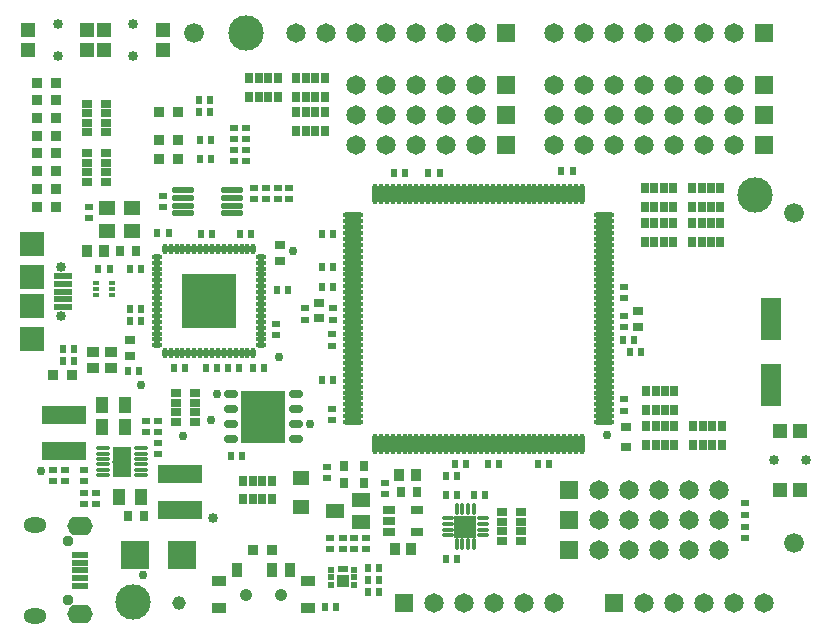
<source format=gts>
G04*
G04 #@! TF.GenerationSoftware,Altium Limited,Altium Designer,18.0.12 (696)*
G04*
G04 Layer_Color=8388736*
%FSLAX44Y44*%
%MOMM*%
G71*
G01*
G75*
%ADD66R,2.3500X2.3500*%
%ADD67R,0.6000X0.6500*%
%ADD68O,0.4500X1.8000*%
%ADD69O,1.8000X0.4500*%
%ADD70R,1.6500X2.6500*%
G04:AMPARAMS|DCode=71|XSize=0.4mm|YSize=1.15mm|CornerRadius=0.1375mm|HoleSize=0mm|Usage=FLASHONLY|Rotation=90.000|XOffset=0mm|YOffset=0mm|HoleType=Round|Shape=RoundedRectangle|*
%AMROUNDEDRECTD71*
21,1,0.4000,0.8750,0,0,90.0*
21,1,0.1250,1.1500,0,0,90.0*
1,1,0.2750,0.4375,0.0625*
1,1,0.2750,0.4375,-0.0625*
1,1,0.2750,-0.4375,-0.0625*
1,1,0.2750,-0.4375,0.0625*
%
%ADD71ROUNDEDRECTD71*%
%ADD72R,1.1500X1.1500*%
%ADD73R,0.8500X1.2500*%
%ADD74R,1.1500X0.9500*%
%ADD75R,0.9500X0.6500*%
%ADD76R,1.4500X0.6000*%
%ADD77C,3.0000*%
%ADD78O,0.9500X0.4300*%
%ADD79R,0.9500X1.0500*%
%ADD80R,0.6500X0.6000*%
%ADD81R,3.7500X1.6500*%
%ADD82R,1.7500X3.6500*%
%ADD83R,1.0500X1.4000*%
G04:AMPARAMS|DCode=84|XSize=0.42mm|YSize=0.99mm|CornerRadius=0.168mm|HoleSize=0mm|Usage=FLASHONLY|Rotation=0.000|XOffset=0mm|YOffset=0mm|HoleType=Round|Shape=RoundedRectangle|*
%AMROUNDEDRECTD84*
21,1,0.4200,0.6540,0,0,0.0*
21,1,0.0840,0.9900,0,0,0.0*
1,1,0.3360,0.0420,-0.3270*
1,1,0.3360,-0.0420,-0.3270*
1,1,0.3360,-0.0420,0.3270*
1,1,0.3360,0.0420,0.3270*
%
%ADD84ROUNDEDRECTD84*%
G04:AMPARAMS|DCode=85|XSize=0.42mm|YSize=0.99mm|CornerRadius=0.168mm|HoleSize=0mm|Usage=FLASHONLY|Rotation=90.000|XOffset=0mm|YOffset=0mm|HoleType=Round|Shape=RoundedRectangle|*
%AMROUNDEDRECTD85*
21,1,0.4200,0.6540,0,0,90.0*
21,1,0.0840,0.9900,0,0,90.0*
1,1,0.3360,0.3270,0.0420*
1,1,0.3360,0.3270,-0.0420*
1,1,0.3360,-0.3270,-0.0420*
1,1,0.3360,-0.3270,0.0420*
%
%ADD85ROUNDEDRECTD85*%
%ADD86R,1.8500X1.8500*%
%ADD87R,0.6500X0.9500*%
%ADD88R,1.1500X1.1500*%
%ADD89R,1.1000X1.1000*%
%ADD90R,0.9500X0.6300*%
%ADD91R,0.5750X0.5500*%
%ADD92R,0.7500X0.8500*%
%ADD93R,0.9500X0.9500*%
%ADD94R,0.9500X0.8000*%
%ADD95R,0.8000X0.9500*%
%ADD96R,0.8500X0.7500*%
%ADD97R,1.0500X0.8000*%
%ADD98R,1.5000X0.5500*%
%ADD99R,2.0500X2.0500*%
%ADD100R,1.0500X0.9500*%
%ADD101R,0.6000X0.4000*%
%ADD102R,1.3500X1.1500*%
%ADD103R,4.6500X4.6500*%
%ADD104O,0.4300X0.9500*%
%ADD105O,1.9000X0.5500*%
%ADD106R,1.5500X1.1500*%
G04:AMPARAMS|DCode=107|XSize=0.6mm|YSize=1.2mm|CornerRadius=0.1425mm|HoleSize=0mm|Usage=FLASHONLY|Rotation=90.000|XOffset=0mm|YOffset=0mm|HoleType=Round|Shape=RoundedRectangle|*
%AMROUNDEDRECTD107*
21,1,0.6000,0.9150,0,0,90.0*
21,1,0.3150,1.2000,0,0,90.0*
1,1,0.2850,0.4575,0.1575*
1,1,0.2850,0.4575,-0.1575*
1,1,0.2850,-0.4575,-0.1575*
1,1,0.2850,-0.4575,0.1575*
%
%ADD107ROUNDEDRECTD107*%
%ADD108R,3.7500X4.4500*%
%ADD109R,1.6500X1.6500*%
%ADD110C,1.6500*%
%ADD111C,0.8500*%
%ADD112C,1.0500*%
%ADD113C,0.9500*%
%ADD114O,1.9500X1.3000*%
%ADD115O,2.1500X1.6000*%
%ADD116C,1.1500*%
%ADD117C,1.6740*%
%ADD118C,0.7500*%
D66*
X102000Y66000D02*
D03*
X142000D02*
D03*
D67*
X299250Y35000D02*
D03*
X308750D02*
D03*
X165750Y451000D02*
D03*
X156250D02*
D03*
X263250Y22000D02*
D03*
X272750D02*
D03*
X530750Y238000D02*
D03*
X521250D02*
D03*
X50750Y240000D02*
D03*
X41250D02*
D03*
X157250Y417000D02*
D03*
X166750D02*
D03*
X157250Y401000D02*
D03*
X166750D02*
D03*
X165750Y441000D02*
D03*
X156250D02*
D03*
X308750Y55000D02*
D03*
X299250D02*
D03*
X50750Y230000D02*
D03*
X41250D02*
D03*
X374750Y63000D02*
D03*
X365250D02*
D03*
X374750Y133000D02*
D03*
X365250D02*
D03*
X269750Y293000D02*
D03*
X260250D02*
D03*
X71250Y308000D02*
D03*
X80750D02*
D03*
X96250Y222000D02*
D03*
X105750D02*
D03*
X181250Y224000D02*
D03*
X190750D02*
D03*
X171750D02*
D03*
X162250D02*
D03*
X269750Y214000D02*
D03*
X260250D02*
D03*
X389250Y117000D02*
D03*
X398750D02*
D03*
X365250Y117000D02*
D03*
X374750D02*
D03*
X191250Y338000D02*
D03*
X200750D02*
D03*
X135250Y224000D02*
D03*
X144750D02*
D03*
X211750D02*
D03*
X202250D02*
D03*
X231750Y290000D02*
D03*
X222250D02*
D03*
X158250Y338000D02*
D03*
X167750D02*
D03*
X98250Y308000D02*
D03*
X107750D02*
D03*
X121250Y339000D02*
D03*
X130750D02*
D03*
X98250Y264000D02*
D03*
X107750D02*
D03*
Y274000D02*
D03*
X98250D02*
D03*
X410750Y143000D02*
D03*
X401250D02*
D03*
X260250Y338000D02*
D03*
X269750D02*
D03*
X360250Y389500D02*
D03*
X350750D02*
D03*
X183250Y150000D02*
D03*
X192750D02*
D03*
X321250Y389500D02*
D03*
X330750D02*
D03*
X472750Y391000D02*
D03*
X463250D02*
D03*
X260250Y310000D02*
D03*
X269750D02*
D03*
X452750Y143000D02*
D03*
X443250D02*
D03*
X373250D02*
D03*
X382750D02*
D03*
X524750Y248000D02*
D03*
X515250D02*
D03*
X308750Y45000D02*
D03*
X299250D02*
D03*
D68*
X480500Y372000D02*
D03*
X475500D02*
D03*
X470500D02*
D03*
X465500D02*
D03*
X460500D02*
D03*
X455500D02*
D03*
X450500D02*
D03*
X445500D02*
D03*
X440500D02*
D03*
X435500D02*
D03*
X430500D02*
D03*
X425500D02*
D03*
X420500D02*
D03*
X415500D02*
D03*
X410500D02*
D03*
X405500D02*
D03*
X400500D02*
D03*
X395500D02*
D03*
X390500D02*
D03*
X385500D02*
D03*
X380500D02*
D03*
X375500D02*
D03*
X370500D02*
D03*
X365500D02*
D03*
X360500D02*
D03*
X355500D02*
D03*
X350500D02*
D03*
X345500D02*
D03*
X340500D02*
D03*
X335500D02*
D03*
X330500D02*
D03*
X325500D02*
D03*
X320500D02*
D03*
X315500D02*
D03*
X310500D02*
D03*
X305500D02*
D03*
Y160000D02*
D03*
X310500D02*
D03*
X315500D02*
D03*
X320500D02*
D03*
X325500D02*
D03*
X330500D02*
D03*
X335500D02*
D03*
X340500D02*
D03*
X345500D02*
D03*
X350500D02*
D03*
X355500D02*
D03*
X360500D02*
D03*
X365500D02*
D03*
X370500D02*
D03*
X375500D02*
D03*
X380500D02*
D03*
X385500D02*
D03*
X390500D02*
D03*
X395500D02*
D03*
X400500D02*
D03*
X405500D02*
D03*
X410500D02*
D03*
X415500D02*
D03*
X420500D02*
D03*
X425500D02*
D03*
X430500D02*
D03*
X435500D02*
D03*
X440500D02*
D03*
X445500D02*
D03*
X450500D02*
D03*
X455500D02*
D03*
X460500D02*
D03*
X465500D02*
D03*
X470500D02*
D03*
X475500D02*
D03*
X480500D02*
D03*
D69*
X287000Y353500D02*
D03*
Y348500D02*
D03*
Y343500D02*
D03*
Y338500D02*
D03*
Y333500D02*
D03*
Y328500D02*
D03*
Y323500D02*
D03*
Y318500D02*
D03*
Y313500D02*
D03*
Y308500D02*
D03*
Y303500D02*
D03*
Y298500D02*
D03*
Y293500D02*
D03*
Y288500D02*
D03*
Y283500D02*
D03*
Y278500D02*
D03*
Y273500D02*
D03*
Y268500D02*
D03*
Y263500D02*
D03*
Y258500D02*
D03*
Y253500D02*
D03*
Y248500D02*
D03*
Y243500D02*
D03*
Y238500D02*
D03*
Y233500D02*
D03*
Y228500D02*
D03*
Y223500D02*
D03*
Y218500D02*
D03*
Y213500D02*
D03*
Y208500D02*
D03*
Y203500D02*
D03*
Y198500D02*
D03*
Y193500D02*
D03*
Y188500D02*
D03*
Y183500D02*
D03*
Y178500D02*
D03*
X499000D02*
D03*
Y183500D02*
D03*
Y188500D02*
D03*
Y193500D02*
D03*
Y198500D02*
D03*
Y203500D02*
D03*
Y208500D02*
D03*
Y213500D02*
D03*
Y218500D02*
D03*
Y223500D02*
D03*
Y228500D02*
D03*
Y233500D02*
D03*
Y238500D02*
D03*
Y243500D02*
D03*
Y248500D02*
D03*
Y253500D02*
D03*
Y258500D02*
D03*
Y263500D02*
D03*
Y268500D02*
D03*
Y273500D02*
D03*
Y278500D02*
D03*
Y283500D02*
D03*
Y288500D02*
D03*
Y293500D02*
D03*
Y298500D02*
D03*
Y303500D02*
D03*
Y308500D02*
D03*
Y313500D02*
D03*
Y318500D02*
D03*
Y323500D02*
D03*
Y328500D02*
D03*
Y333500D02*
D03*
Y338500D02*
D03*
Y343500D02*
D03*
Y348500D02*
D03*
Y353500D02*
D03*
D70*
X91000Y145000D02*
D03*
D71*
X107000Y133750D02*
D03*
Y138250D02*
D03*
Y142750D02*
D03*
Y147250D02*
D03*
Y151750D02*
D03*
Y156250D02*
D03*
X75000D02*
D03*
Y151750D02*
D03*
Y147250D02*
D03*
Y142750D02*
D03*
Y138250D02*
D03*
Y133750D02*
D03*
D72*
X665500Y171000D02*
D03*
Y121000D02*
D03*
X648500D02*
D03*
Y171000D02*
D03*
D73*
X233500Y53000D02*
D03*
X218500D02*
D03*
X188500D02*
D03*
D74*
X248500Y44000D02*
D03*
Y21000D02*
D03*
X173500Y44000D02*
D03*
Y21000D02*
D03*
D75*
X429000Y94000D02*
D03*
Y102000D02*
D03*
Y86000D02*
D03*
Y78000D02*
D03*
X413000Y102000D02*
D03*
Y86000D02*
D03*
Y94000D02*
D03*
Y78000D02*
D03*
X153000Y203000D02*
D03*
X137000D02*
D03*
Y195000D02*
D03*
Y187000D02*
D03*
Y179000D02*
D03*
X153000Y195000D02*
D03*
Y187000D02*
D03*
Y179000D02*
D03*
X62000Y382000D02*
D03*
X78000D02*
D03*
Y390000D02*
D03*
Y398000D02*
D03*
Y406000D02*
D03*
X62000Y390000D02*
D03*
Y398000D02*
D03*
Y406000D02*
D03*
Y424000D02*
D03*
X78000D02*
D03*
Y432000D02*
D03*
Y440000D02*
D03*
Y448000D02*
D03*
X62000Y432000D02*
D03*
Y440000D02*
D03*
Y448000D02*
D03*
D76*
X56000Y46500D02*
D03*
Y53000D02*
D03*
Y59500D02*
D03*
Y40000D02*
D03*
Y66000D02*
D03*
D77*
X196000Y508000D02*
D03*
X627000Y371000D02*
D03*
X101000Y26000D02*
D03*
D78*
X209000Y303500D02*
D03*
Y243500D02*
D03*
Y248500D02*
D03*
Y253500D02*
D03*
Y258500D02*
D03*
Y263500D02*
D03*
Y268500D02*
D03*
Y273500D02*
D03*
Y278500D02*
D03*
Y283500D02*
D03*
Y288500D02*
D03*
Y293500D02*
D03*
Y298500D02*
D03*
Y308500D02*
D03*
Y313500D02*
D03*
Y318500D02*
D03*
X121000Y243500D02*
D03*
Y248500D02*
D03*
Y308500D02*
D03*
Y303500D02*
D03*
Y298500D02*
D03*
Y293500D02*
D03*
Y288500D02*
D03*
Y283500D02*
D03*
Y278500D02*
D03*
Y273500D02*
D03*
Y268500D02*
D03*
Y263500D02*
D03*
Y258500D02*
D03*
Y253500D02*
D03*
Y313500D02*
D03*
Y318500D02*
D03*
D79*
X336000Y71000D02*
D03*
X322000D02*
D03*
X340000Y134000D02*
D03*
X326000D02*
D03*
X62000Y323000D02*
D03*
X76000D02*
D03*
D80*
X314000Y126750D02*
D03*
Y117250D02*
D03*
X267000Y80750D02*
D03*
Y71250D02*
D03*
X278000D02*
D03*
Y80750D02*
D03*
X298000Y71250D02*
D03*
Y80750D02*
D03*
X516000Y259250D02*
D03*
Y268750D02*
D03*
X122000Y151250D02*
D03*
Y160750D02*
D03*
X112000Y179750D02*
D03*
Y170250D02*
D03*
X122000D02*
D03*
Y179750D02*
D03*
X59000Y109250D02*
D03*
Y118750D02*
D03*
X69000D02*
D03*
Y109250D02*
D03*
X59000Y137750D02*
D03*
Y128250D02*
D03*
X63000Y360750D02*
D03*
Y351250D02*
D03*
X33000Y128250D02*
D03*
Y137750D02*
D03*
X43000Y128250D02*
D03*
Y137750D02*
D03*
X288000Y80750D02*
D03*
Y71250D02*
D03*
X186000Y427750D02*
D03*
Y418250D02*
D03*
Y399250D02*
D03*
Y408750D02*
D03*
X265000Y131250D02*
D03*
Y140750D02*
D03*
X619000Y89750D02*
D03*
Y80250D02*
D03*
Y100250D02*
D03*
Y109750D02*
D03*
X203000Y376750D02*
D03*
Y367250D02*
D03*
X233000Y367250D02*
D03*
Y376750D02*
D03*
X213000D02*
D03*
Y367250D02*
D03*
X223000Y376750D02*
D03*
Y367250D02*
D03*
X246000Y274750D02*
D03*
Y265250D02*
D03*
X196000Y418250D02*
D03*
Y427750D02*
D03*
Y408750D02*
D03*
Y399250D02*
D03*
X126000Y369750D02*
D03*
Y360250D02*
D03*
X222000Y252250D02*
D03*
Y261750D02*
D03*
X516000Y197750D02*
D03*
Y188250D02*
D03*
X270000Y274750D02*
D03*
Y265250D02*
D03*
X269000Y189750D02*
D03*
Y180250D02*
D03*
Y243250D02*
D03*
Y252750D02*
D03*
X516000Y292750D02*
D03*
Y283250D02*
D03*
D81*
X42000Y184250D02*
D03*
Y153750D02*
D03*
X140000Y134250D02*
D03*
Y103750D02*
D03*
D82*
X641000Y210000D02*
D03*
Y266000D02*
D03*
D83*
X93500Y193000D02*
D03*
X74500D02*
D03*
X93500Y174000D02*
D03*
X74500D02*
D03*
X88500Y115000D02*
D03*
X107500D02*
D03*
D84*
X374500Y104750D02*
D03*
X379500D02*
D03*
X384500D02*
D03*
X389500D02*
D03*
X374500Y75250D02*
D03*
X379500D02*
D03*
X384500D02*
D03*
X389500D02*
D03*
D85*
X367250Y97500D02*
D03*
Y92500D02*
D03*
Y87500D02*
D03*
Y82500D02*
D03*
X396750Y82500D02*
D03*
Y87500D02*
D03*
Y92500D02*
D03*
Y97500D02*
D03*
D86*
X382000Y90000D02*
D03*
D87*
X194000Y129000D02*
D03*
Y113000D02*
D03*
X202000D02*
D03*
X210000D02*
D03*
X218000D02*
D03*
X202000Y129000D02*
D03*
X210000D02*
D03*
X218000D02*
D03*
X534000Y377000D02*
D03*
Y361000D02*
D03*
X542000D02*
D03*
X550000D02*
D03*
X558000D02*
D03*
X542000Y377000D02*
D03*
X550000D02*
D03*
X558000D02*
D03*
X535000Y175000D02*
D03*
Y159000D02*
D03*
X543000D02*
D03*
X551000D02*
D03*
X559000D02*
D03*
X543000Y175000D02*
D03*
X551000D02*
D03*
X559000D02*
D03*
X535000Y205000D02*
D03*
Y189000D02*
D03*
X543000D02*
D03*
X551000D02*
D03*
X559000D02*
D03*
X543000Y205000D02*
D03*
X551000D02*
D03*
X559000D02*
D03*
X534000Y347000D02*
D03*
Y331000D02*
D03*
X542000D02*
D03*
X550000D02*
D03*
X558000D02*
D03*
X542000Y347000D02*
D03*
X550000D02*
D03*
X558000D02*
D03*
X574000D02*
D03*
Y331000D02*
D03*
X582000D02*
D03*
X590000D02*
D03*
X598000D02*
D03*
X582000Y347000D02*
D03*
X590000D02*
D03*
X598000D02*
D03*
X239000Y441000D02*
D03*
Y425000D02*
D03*
X247000D02*
D03*
X255000D02*
D03*
X263000D02*
D03*
X247000Y441000D02*
D03*
X255000D02*
D03*
X263000D02*
D03*
X239000Y470000D02*
D03*
Y454000D02*
D03*
X247000D02*
D03*
X255000D02*
D03*
X263000D02*
D03*
X247000Y470000D02*
D03*
X255000D02*
D03*
X263000D02*
D03*
X199000D02*
D03*
Y454000D02*
D03*
X207000D02*
D03*
X215000D02*
D03*
X223000D02*
D03*
X207000Y470000D02*
D03*
X215000D02*
D03*
X223000D02*
D03*
X574000Y377000D02*
D03*
Y361000D02*
D03*
X582000D02*
D03*
X590000D02*
D03*
X598000D02*
D03*
X582000Y377000D02*
D03*
X590000D02*
D03*
X598000D02*
D03*
X575000Y175000D02*
D03*
Y159000D02*
D03*
X583000D02*
D03*
X591000D02*
D03*
X599000D02*
D03*
X583000Y175000D02*
D03*
X591000D02*
D03*
X599000D02*
D03*
D88*
X12000Y493500D02*
D03*
Y510500D02*
D03*
X62000Y493500D02*
D03*
Y510500D02*
D03*
X76000Y493500D02*
D03*
Y510500D02*
D03*
X126000Y493500D02*
D03*
Y510500D02*
D03*
D89*
X278000Y43750D02*
D03*
D90*
Y53900D02*
D03*
D91*
X287380Y40500D02*
D03*
Y47000D02*
D03*
Y53500D02*
D03*
X268620D02*
D03*
Y47000D02*
D03*
Y40500D02*
D03*
D92*
X279618Y127000D02*
D03*
X296382D02*
D03*
X279618Y141000D02*
D03*
X296382D02*
D03*
D93*
X218000Y70000D02*
D03*
X202000D02*
D03*
X123000Y401000D02*
D03*
X139000D02*
D03*
X123000Y417000D02*
D03*
X139000D02*
D03*
X123000Y441000D02*
D03*
X139000D02*
D03*
X19000Y391000D02*
D03*
X35000D02*
D03*
X33000Y218000D02*
D03*
X49000D02*
D03*
X19000Y361000D02*
D03*
X35000D02*
D03*
X19000Y376000D02*
D03*
X35000D02*
D03*
X19000Y406000D02*
D03*
X35000D02*
D03*
X19000Y451000D02*
D03*
X35000D02*
D03*
X19000Y436000D02*
D03*
X35000D02*
D03*
X19000Y421000D02*
D03*
X35000D02*
D03*
X19000Y466000D02*
D03*
X35000D02*
D03*
D94*
X528000Y272750D02*
D03*
Y259250D02*
D03*
X225000Y315250D02*
D03*
Y328750D02*
D03*
X98000Y234250D02*
D03*
Y247750D02*
D03*
X258000Y279750D02*
D03*
Y266250D02*
D03*
D95*
X102750Y323000D02*
D03*
X89250D02*
D03*
X96250Y99000D02*
D03*
X109750D02*
D03*
X340750Y119000D02*
D03*
X327250D02*
D03*
D96*
X518000Y174382D02*
D03*
Y157618D02*
D03*
D97*
X341000Y104500D02*
D03*
Y85500D02*
D03*
X317000D02*
D03*
Y95000D02*
D03*
Y104500D02*
D03*
D98*
X41750Y282500D02*
D03*
Y289000D02*
D03*
Y295500D02*
D03*
Y276000D02*
D03*
Y302000D02*
D03*
D99*
X15000Y249000D02*
D03*
Y329000D02*
D03*
Y277000D02*
D03*
Y301000D02*
D03*
D100*
X82000Y224000D02*
D03*
Y238000D02*
D03*
X67000Y238000D02*
D03*
Y224000D02*
D03*
D101*
X69000Y286000D02*
D03*
Y291000D02*
D03*
Y296000D02*
D03*
X83000D02*
D03*
Y291000D02*
D03*
Y286000D02*
D03*
D102*
X243000Y107000D02*
D03*
Y131000D02*
D03*
X99500Y340500D02*
D03*
Y359500D02*
D03*
X78500Y340500D02*
D03*
Y359500D02*
D03*
D103*
X165000Y281000D02*
D03*
D104*
X127500Y325000D02*
D03*
X132500D02*
D03*
X137500D02*
D03*
X142500D02*
D03*
X147500D02*
D03*
X152500D02*
D03*
X157500D02*
D03*
X162500D02*
D03*
X172500D02*
D03*
X177500D02*
D03*
X182500D02*
D03*
X187500D02*
D03*
X192500D02*
D03*
X197500D02*
D03*
X202500D02*
D03*
X167500D02*
D03*
X192500Y237000D02*
D03*
X197500D02*
D03*
X202500D02*
D03*
X187500D02*
D03*
X182500D02*
D03*
X177500D02*
D03*
X172500D02*
D03*
X167500D02*
D03*
X162500D02*
D03*
X157500D02*
D03*
X152500D02*
D03*
X147500D02*
D03*
X142500D02*
D03*
X137500D02*
D03*
X132500D02*
D03*
X127500D02*
D03*
D105*
X143250Y374750D02*
D03*
Y368250D02*
D03*
Y361750D02*
D03*
Y355250D02*
D03*
X184750Y374750D02*
D03*
Y368250D02*
D03*
Y361750D02*
D03*
Y355250D02*
D03*
D106*
X271500Y103000D02*
D03*
X293500Y112500D02*
D03*
Y93500D02*
D03*
D107*
X183500Y163950D02*
D03*
Y176650D02*
D03*
Y189350D02*
D03*
Y202050D02*
D03*
X238500D02*
D03*
Y189350D02*
D03*
Y176650D02*
D03*
Y163950D02*
D03*
D108*
X211000Y183000D02*
D03*
D109*
X469900Y69850D02*
D03*
Y95250D02*
D03*
X635000Y463550D02*
D03*
Y438150D02*
D03*
X469900Y120650D02*
D03*
X635000Y412750D02*
D03*
X416560D02*
D03*
Y463550D02*
D03*
Y438150D02*
D03*
X635000Y508000D02*
D03*
X416560D02*
D03*
X508000Y25400D02*
D03*
X330200D02*
D03*
D110*
X495300Y69850D02*
D03*
X520700D02*
D03*
X546100D02*
D03*
X571500D02*
D03*
X596900D02*
D03*
Y95250D02*
D03*
X571500D02*
D03*
X546100D02*
D03*
X520700D02*
D03*
X495300D02*
D03*
X609600Y463550D02*
D03*
X584200D02*
D03*
X558800D02*
D03*
X482600D02*
D03*
X508000D02*
D03*
X533400D02*
D03*
X457200D02*
D03*
X609600Y438150D02*
D03*
X584200D02*
D03*
X558800D02*
D03*
X482600D02*
D03*
X508000D02*
D03*
X533400D02*
D03*
X457200D02*
D03*
X495300Y120650D02*
D03*
X520700D02*
D03*
X546100D02*
D03*
X571500D02*
D03*
X596900D02*
D03*
X609600Y412750D02*
D03*
X584200D02*
D03*
X558800D02*
D03*
X482600D02*
D03*
X508000D02*
D03*
X533400D02*
D03*
X457200D02*
D03*
X391160D02*
D03*
X365760D02*
D03*
X340360D02*
D03*
X314960D02*
D03*
X289560D02*
D03*
X391160Y463550D02*
D03*
X365760D02*
D03*
X340360D02*
D03*
X314960D02*
D03*
X289560D02*
D03*
Y438150D02*
D03*
X314960D02*
D03*
X340360D02*
D03*
X365760D02*
D03*
X391160D02*
D03*
X609600Y508000D02*
D03*
X584200D02*
D03*
X558800D02*
D03*
X533400D02*
D03*
X508000D02*
D03*
X457200D02*
D03*
X482600D02*
D03*
X391160D02*
D03*
X365760D02*
D03*
X340360D02*
D03*
X314960D02*
D03*
X289560D02*
D03*
X238760D02*
D03*
X264160D02*
D03*
X533400Y25400D02*
D03*
X558800D02*
D03*
X584200D02*
D03*
X609600D02*
D03*
X635000D02*
D03*
X355600D02*
D03*
X381000D02*
D03*
X406400D02*
D03*
X431800D02*
D03*
X457200D02*
D03*
D111*
X670750Y146000D02*
D03*
X643250D02*
D03*
X37000Y488250D02*
D03*
Y515750D02*
D03*
X101000Y488250D02*
D03*
Y515750D02*
D03*
X39500Y268250D02*
D03*
Y309750D02*
D03*
X87000Y145000D02*
D03*
X95000D02*
D03*
X91000Y137000D02*
D03*
Y153000D02*
D03*
X168000Y97000D02*
D03*
D112*
X226000Y32500D02*
D03*
X196000D02*
D03*
D113*
X45500Y28000D02*
D03*
Y78000D02*
D03*
D114*
X18000Y14250D02*
D03*
Y91750D02*
D03*
D115*
X56000Y15750D02*
D03*
Y90250D02*
D03*
D116*
X139700Y25400D02*
D03*
D117*
X152400Y508000D02*
D03*
X660400Y355600D02*
D03*
Y76200D02*
D03*
D118*
X143000Y167000D02*
D03*
X502000Y167679D02*
D03*
X109000Y49000D02*
D03*
X23000Y137000D02*
D03*
X167000Y180000D02*
D03*
X172000Y202000D02*
D03*
X250350Y176650D02*
D03*
X107000Y210000D02*
D03*
X224000Y233500D02*
D03*
X235735Y322999D02*
D03*
X382000Y84500D02*
D03*
X387500Y90000D02*
D03*
X376500D02*
D03*
X382000Y95500D02*
D03*
M02*

</source>
